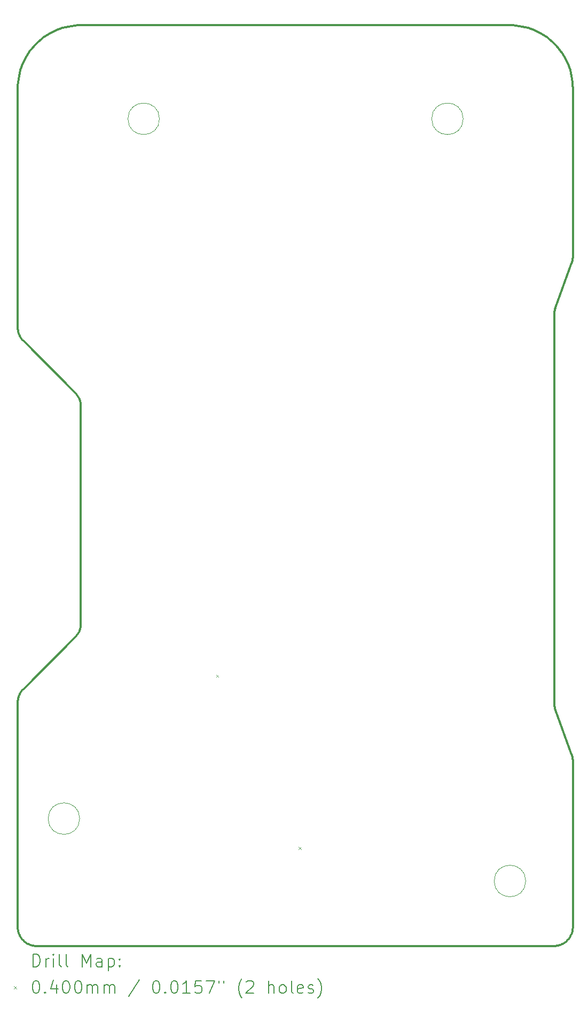
<source format=gbr>
%TF.GenerationSoftware,KiCad,Pcbnew,7.0.7*%
%TF.CreationDate,2023-09-26T10:41:10-05:00*%
%TF.ProjectId,DingoPCB,44696e67-6f50-4434-922e-6b696361645f,rev?*%
%TF.SameCoordinates,Original*%
%TF.FileFunction,Drillmap*%
%TF.FilePolarity,Positive*%
%FSLAX45Y45*%
G04 Gerber Fmt 4.5, Leading zero omitted, Abs format (unit mm)*
G04 Created by KiCad (PCBNEW 7.0.7) date 2023-09-26 10:41:10*
%MOMM*%
%LPD*%
G01*
G04 APERTURE LIST*
%ADD10C,0.349999*%
%ADD11C,0.100000*%
%ADD12C,0.200000*%
%ADD13C,0.040000*%
G04 APERTURE END LIST*
D10*
X2782342Y-7097769D02*
X2779112Y-7083444D01*
X10586931Y-2066901D02*
X10588160Y-2116488D01*
X10500291Y-15628621D02*
X10510550Y-15617841D01*
X1905967Y-1645597D02*
X1884042Y-1689205D01*
X10305364Y-5619599D02*
X10303740Y-5625935D01*
X2450987Y-1175045D02*
X2405477Y-1192609D01*
X2081054Y-1409381D02*
X2046859Y-1445314D01*
X10529292Y-15594970D02*
X10537756Y-15582929D01*
X9970842Y-1192608D02*
X10015442Y-1212370D01*
X10587016Y-4812550D02*
X10587516Y-4806025D01*
X10295266Y-1409381D02*
X10329460Y-1445314D01*
X1788529Y-15431364D02*
X1789628Y-15446139D01*
X10577944Y-4864001D02*
X10579568Y-4857664D01*
X10142959Y-1284500D02*
X10183098Y-1312712D01*
X2233360Y-1284500D02*
X2193221Y-1312712D01*
X1847027Y-11678086D02*
X1838564Y-11690128D01*
X10361695Y-1482730D02*
X10391935Y-1521549D01*
X2765324Y-7041764D02*
X2759395Y-7028384D01*
X2088160Y-15716488D02*
X10288160Y-15716488D01*
X1846717Y-1779314D02*
X1831385Y-1825653D01*
X10579112Y-15489613D02*
X10582342Y-15475288D01*
X1984384Y-1521549D02*
X1956172Y-1561687D01*
X10574282Y-12695460D02*
X10572244Y-12689232D01*
X10288160Y-15716488D02*
X10303036Y-15716120D01*
X10311064Y-5600802D02*
X10309026Y-5607030D01*
X2640491Y-1127447D02*
X2592159Y-1135880D01*
X1789628Y-11826917D02*
X1788529Y-11841692D01*
X1793054Y-2017650D02*
X1789389Y-2066901D01*
X10429426Y-15681146D02*
X10442186Y-15673930D01*
X1801128Y-11769318D02*
X1797208Y-11783443D01*
X10329460Y-1445314D02*
X10361695Y-1482730D01*
X10489511Y-15638879D02*
X10500291Y-15628621D01*
X10295147Y-11874808D02*
X10295218Y-11881367D01*
X1816925Y-11728383D02*
X1810996Y-11741763D01*
X1793978Y-15475288D02*
X1797208Y-15489613D01*
X1973355Y-15693652D02*
X1987008Y-15698921D01*
X1856099Y-15606616D02*
X1865770Y-15617841D01*
X2759396Y-10736224D02*
X2765324Y-10722844D01*
X10389311Y-15698921D02*
X10402964Y-15693652D01*
X2015035Y-15707441D02*
X2029360Y-15710671D01*
X10101582Y-1258349D02*
X10142959Y-1284500D01*
X1810996Y-15531293D02*
X1816924Y-15544673D01*
X10583602Y-12733556D02*
X10582397Y-12727131D01*
X2154403Y-1342953D02*
X2116986Y-1375187D01*
X10558001Y-1872738D02*
X10568767Y-1920487D01*
X1886808Y-15638879D02*
X1898033Y-15648549D01*
X2779113Y-10681164D02*
X2782343Y-10666839D01*
X1830719Y-11702541D02*
X1823502Y-11715301D01*
X10577944Y-12708029D02*
X10576182Y-12701726D01*
X10588160Y-12785650D02*
X10588088Y-12779092D01*
X10303036Y-15716120D02*
X10317811Y-15715020D01*
D11*
X4034600Y-2600000D02*
G75*
G03*
X4034600Y-2600000I-250000J0D01*
G01*
D10*
X10298640Y-11920457D02*
X10299705Y-11926906D01*
X1856100Y-11666441D02*
X1847027Y-11678086D01*
X1797208Y-15489613D02*
X1801128Y-15503739D01*
X2000909Y-15703521D02*
X2015035Y-15707441D01*
X10510550Y-15617841D02*
X10520220Y-15606616D01*
X10582397Y-4844898D02*
X10583602Y-4838473D01*
X1788160Y-5908040D02*
X1788529Y-5922916D01*
X10572244Y-12689232D02*
X10570069Y-12683046D01*
X2745602Y-10762066D02*
X2752818Y-10749306D01*
X1898033Y-15648549D02*
X1909678Y-15657621D01*
X1987008Y-15698921D02*
X2000909Y-15703521D01*
X10587791Y-15431364D02*
X10588160Y-15416488D01*
X1788529Y-11841692D02*
X1788160Y-11856568D01*
X10579568Y-4857664D02*
X10581052Y-4851296D01*
X10565323Y-15531293D02*
X10570593Y-15517640D01*
X10584667Y-12740005D02*
X10583602Y-12733556D01*
X10585591Y-12746477D02*
X10584667Y-12740005D01*
X1810996Y-6022844D02*
X1816925Y-6036223D01*
X10587873Y-12772543D02*
X10587516Y-12766004D01*
X1864281Y-1733804D02*
X1846717Y-1779314D01*
X10307126Y-11958738D02*
X10309026Y-11965004D01*
X1847027Y-15594970D02*
X1856099Y-15606616D01*
X10581052Y-4851296D02*
X10582397Y-4844898D01*
X2737756Y-6990129D02*
X2729292Y-6978087D01*
X1865770Y-6109391D02*
X1876028Y-6120171D01*
X1818319Y-1872737D02*
X1807553Y-1920487D01*
X10299706Y-5645125D02*
X10298642Y-5651574D01*
X2788160Y-7156568D02*
X2787791Y-7141692D01*
X10297717Y-5658046D02*
X10296934Y-5664538D01*
X10302255Y-11939729D02*
X10303740Y-11946098D01*
X2775193Y-10695289D02*
X2779113Y-10681164D01*
X1797208Y-11783443D02*
X1793978Y-11797768D01*
X1930021Y-1603064D02*
X1905967Y-1645597D01*
X10303740Y-11946098D02*
X10305363Y-11952435D01*
X1789389Y-2066901D02*
X1788160Y-2116488D01*
D11*
X8850000Y-2600000D02*
G75*
G03*
X8850000Y-2600000I-250000J0D01*
G01*
D10*
X10537756Y-15582929D02*
X10545601Y-15570515D01*
X10309026Y-5607030D02*
X10307126Y-5613296D01*
X9735829Y-1127447D02*
X9784161Y-1135880D01*
X10582397Y-12727131D02*
X10581052Y-12720734D01*
X1816924Y-15544673D02*
X1823502Y-15557755D01*
X1831385Y-1825653D02*
X1818319Y-1872737D01*
X2116986Y-1375187D02*
X2081054Y-1409381D01*
X10544934Y-1825653D02*
X10558001Y-1872738D01*
X2720220Y-6966442D02*
X2710550Y-6955217D01*
X1801128Y-15503739D02*
X1805727Y-15517640D01*
X10568767Y-1920487D02*
X10577201Y-1968818D01*
X10059049Y-1234294D02*
X10101582Y-1258349D01*
X1876028Y-15628621D02*
X1886808Y-15638879D01*
X10296293Y-5671047D02*
X10295793Y-5677572D01*
X2689323Y-1121381D02*
X2640491Y-1127447D01*
X10576182Y-12701726D02*
X10574282Y-12695460D01*
X10296290Y-11900982D02*
X10296932Y-11907492D01*
X2779112Y-7083444D02*
X2775192Y-7069319D01*
X10586374Y-12752969D02*
X10585591Y-12746477D01*
X9637747Y-1117717D02*
X9686997Y-1121381D01*
X2043859Y-15713201D02*
X2058509Y-15715020D01*
X2737757Y-10774480D02*
X2745602Y-10762066D01*
X1797208Y-5981164D02*
X1801128Y-5995289D01*
X10570067Y-4888985D02*
X10572243Y-4882798D01*
X2784873Y-10652339D02*
X2786692Y-10637690D01*
X1838564Y-11690128D02*
X1830719Y-11702541D01*
X2729293Y-10786521D02*
X2737757Y-10774480D01*
X2073284Y-15716120D02*
X2088160Y-15716488D01*
X1805727Y-15517640D02*
X1810996Y-15531293D01*
X10298642Y-5651574D02*
X10297717Y-5658046D01*
X10577201Y-1968818D02*
X10583266Y-2017650D01*
X1959975Y-15687724D02*
X1973355Y-15693652D01*
X10402964Y-15693652D02*
X10416344Y-15687724D01*
X1856100Y-6098166D02*
X1865770Y-6109391D01*
X2014625Y-1482730D02*
X1984384Y-1521549D01*
X1791448Y-5952340D02*
X1793978Y-5966839D01*
X1847027Y-6086520D02*
X1856100Y-6098166D01*
X2752818Y-7015302D02*
X2745601Y-7002542D01*
X9588160Y-1116488D02*
X9637747Y-1117717D01*
X9784161Y-1135880D02*
X9831910Y-1146647D01*
X2759395Y-7028384D02*
X2752818Y-7015302D01*
X10575192Y-15503739D02*
X10579112Y-15489613D01*
X1788160Y-11856568D02*
X1788160Y-15416488D01*
X2752818Y-10749306D02*
X2759396Y-10736224D01*
X10303740Y-5625935D02*
X10302256Y-5632303D01*
X10586692Y-15446139D02*
X10587791Y-15431364D01*
X1830718Y-15570515D02*
X1838564Y-15582929D01*
X10297715Y-11913985D02*
X10298640Y-11920457D01*
X10311065Y-11971232D02*
X10313241Y-11977420D01*
X10584667Y-4832024D02*
X10585591Y-4825552D01*
X1876028Y-11644436D02*
X1865770Y-11655216D01*
X1793978Y-11797768D02*
X1791448Y-11812267D01*
X2193221Y-1312712D02*
X2154403Y-1342953D01*
X2058509Y-15715020D02*
X2073284Y-15716120D01*
X2497325Y-1159713D02*
X2450987Y-1175045D01*
X2405477Y-1192609D02*
X2360877Y-1212370D01*
X1934133Y-15673930D02*
X1946893Y-15681146D01*
X10587516Y-4806025D02*
X10587873Y-4799486D01*
X10295150Y-5697218D02*
X10295147Y-11874809D01*
X1823502Y-11715301D02*
X1816925Y-11728383D01*
X1876028Y-6120171D02*
X2700292Y-6944436D01*
X1788529Y-5922916D02*
X1789628Y-5937691D01*
X10559395Y-15544673D02*
X10565323Y-15531293D01*
X10588088Y-4792936D02*
X10588160Y-4786378D01*
X10221917Y-1342952D02*
X10259333Y-1375187D01*
X2770593Y-7055417D02*
X2765324Y-7041764D01*
X9831910Y-1146647D02*
X9878994Y-1159713D01*
X10520220Y-15606616D02*
X10529292Y-15594970D01*
X2788160Y-1116488D02*
X2738573Y-1117717D01*
X1789628Y-15446139D02*
X1791448Y-15460789D01*
X2775192Y-7069319D02*
X2770593Y-7055417D01*
X10572243Y-4882798D02*
X10574281Y-4876570D01*
X10295793Y-5677572D02*
X10295436Y-5684111D01*
X10295436Y-5684111D02*
X10295221Y-5690660D01*
X10295433Y-11887917D02*
X10295791Y-11894456D01*
X2765324Y-10722844D02*
X2770593Y-10709191D01*
X2787792Y-10622914D02*
X2788160Y-10608038D01*
X10512039Y-1733805D02*
X10529602Y-1779315D01*
X10584872Y-15460789D02*
X10586692Y-15446139D01*
D11*
X9841040Y-14686280D02*
G75*
G03*
X9841040Y-14686280I-250000J0D01*
G01*
D10*
X10552818Y-15557755D02*
X10559395Y-15544673D01*
X10259333Y-1375187D02*
X10295266Y-1409381D01*
X10313239Y-5594615D02*
X10311064Y-5600802D01*
X1876028Y-11644436D02*
X2700292Y-10820172D01*
X10446298Y-1603064D02*
X10470353Y-1645598D01*
X1865770Y-11655216D02*
X1856100Y-11666441D01*
X9686997Y-1121381D02*
X9735829Y-1127447D01*
X2788160Y-10608040D02*
X2788160Y-7156568D01*
X10587516Y-12766004D02*
X10587016Y-12759479D01*
X1865770Y-15617841D02*
X1876028Y-15628621D01*
X10300910Y-11933331D02*
X10302255Y-11939729D01*
X2770593Y-10709191D02*
X2775193Y-10695289D01*
X10529602Y-1779315D02*
X10544934Y-1825653D01*
X1810996Y-11741763D02*
X1805727Y-11755416D01*
X10420147Y-1561688D02*
X10446298Y-1603064D01*
X1838564Y-15582929D02*
X1847027Y-15594970D01*
X1788160Y-15416488D02*
X1788529Y-15431364D01*
X2784872Y-7112268D02*
X2782342Y-7097769D01*
X10296932Y-11907492D02*
X10297715Y-11913985D01*
X10583602Y-4838473D02*
X10584667Y-4832024D01*
X2782343Y-10666839D02*
X2784873Y-10652339D01*
X10416344Y-15687724D02*
X10429426Y-15681146D01*
X1791448Y-15460789D02*
X1793978Y-15475288D01*
X1823502Y-15557755D02*
X1830718Y-15570515D01*
X2786692Y-7126917D02*
X2784872Y-7112268D01*
X2592159Y-1135880D02*
X2544410Y-1146647D01*
X2710550Y-10809392D02*
X2720221Y-10798167D01*
X10478286Y-15648549D02*
X10489511Y-15638879D01*
X2029360Y-15710671D02*
X2043859Y-15713201D01*
X1805727Y-6009191D02*
X1810996Y-6022844D01*
X10583266Y-2017650D02*
X10586931Y-2066901D01*
X1801128Y-5995289D02*
X1805727Y-6009191D01*
X1816925Y-6036223D02*
X1823502Y-6049306D01*
X1884042Y-1689205D02*
X1864281Y-1733804D01*
X1909678Y-15657621D02*
X1921720Y-15666085D01*
X1823502Y-6049306D02*
X1830718Y-6062066D01*
X10346960Y-15710671D02*
X10361284Y-15707441D01*
X1956172Y-1561687D02*
X1930021Y-1603064D01*
X10307126Y-5613296D02*
X10305364Y-5619599D01*
X2745601Y-7002542D02*
X2737756Y-6990129D01*
X10302256Y-5632303D02*
X10300911Y-5638701D01*
X2317270Y-1234295D02*
X2274737Y-1258349D01*
X2700292Y-10820172D02*
X2710550Y-10809392D01*
X10313239Y-5594615D02*
X10570067Y-4888985D01*
X10588160Y-15416488D02*
X10588160Y-12785650D01*
X10587873Y-4799486D02*
X10588088Y-4792936D01*
X10305363Y-11952435D02*
X10307126Y-11958738D01*
X10582342Y-15475288D02*
X10584872Y-15460789D01*
X2710550Y-6955217D02*
X2700291Y-6944437D01*
X1799119Y-1968818D02*
X1793054Y-2017650D01*
X10375410Y-15703521D02*
X10389311Y-15698921D01*
X1921720Y-15666085D02*
X1934133Y-15673930D01*
X2720221Y-10798167D02*
X2729293Y-10786521D01*
X10295218Y-11881367D02*
X10295433Y-11887917D01*
X10574281Y-4876570D02*
X10576182Y-4870304D01*
X2274737Y-1258349D02*
X2233360Y-1284500D01*
X1838564Y-6074479D02*
X1847027Y-6086520D01*
X10466641Y-15657621D02*
X10478286Y-15648549D01*
X10470353Y-1645598D02*
X10492278Y-1689205D01*
X2786692Y-10637690D02*
X2787792Y-10622914D01*
X10015442Y-1212370D02*
X10059049Y-1234294D01*
X10570593Y-15517640D02*
X10575192Y-15503739D01*
X10585591Y-4825552D02*
X10586374Y-4819060D01*
X10295791Y-11894456D02*
X10296290Y-11900982D01*
X10299705Y-11926906D02*
X10300910Y-11933331D01*
X2787791Y-7141692D02*
X2786692Y-7126917D01*
X1789628Y-5937691D02*
X1791448Y-5952340D01*
X2544410Y-1146647D02*
X2497325Y-1159713D01*
X2360877Y-1212370D02*
X2317270Y-1234295D01*
X10576182Y-4870304D02*
X10577944Y-4864001D01*
D11*
X2769680Y-13696760D02*
G75*
G03*
X2769680Y-13696760I-250000J0D01*
G01*
D10*
X10588088Y-12779092D02*
X10587873Y-12772543D01*
X10317811Y-15715020D02*
X10332460Y-15713201D01*
X1788160Y-2116488D02*
X1788160Y-5908040D01*
X1807553Y-1920487D02*
X1799119Y-1968818D01*
X1946893Y-15681146D02*
X1959975Y-15687724D01*
X1793978Y-5966839D02*
X1797208Y-5981164D01*
X9925333Y-1175045D02*
X9970842Y-1192608D01*
X2738573Y-1117717D02*
X2689323Y-1121381D01*
X10442186Y-15673930D02*
X10454599Y-15666085D01*
X10309026Y-11965004D02*
X10311065Y-11971232D01*
X9878994Y-1159713D02*
X9925333Y-1175045D01*
X10588160Y-2116488D02*
X10588160Y-4786379D01*
X10492278Y-1689205D02*
X10512039Y-1733805D01*
X2729292Y-6978087D02*
X2720220Y-6966442D01*
X10361284Y-15707441D02*
X10375410Y-15703521D01*
X1791448Y-11812267D02*
X1789628Y-11826917D01*
X1805727Y-11755416D02*
X1801128Y-11769318D01*
X1830718Y-6062066D02*
X1838564Y-6074479D01*
X10586374Y-4819060D02*
X10587016Y-4812550D01*
X10581052Y-12720734D02*
X10579568Y-12714366D01*
X10391935Y-1521549D02*
X10420147Y-1561688D01*
X10313241Y-11977420D02*
X10570067Y-12683044D01*
X10587016Y-12759479D02*
X10586374Y-12752969D01*
X2046859Y-1445314D02*
X2014625Y-1482730D01*
X10332460Y-15713201D02*
X10346960Y-15710671D01*
X10545601Y-15570515D02*
X10552818Y-15557755D01*
X10454599Y-15666085D02*
X10466641Y-15657621D01*
X10183098Y-1312712D02*
X10221917Y-1342952D01*
X2788160Y-1116488D02*
X9588160Y-1116488D01*
X10579568Y-12714366D02*
X10577944Y-12708029D01*
X10296934Y-5664538D02*
X10296293Y-5671047D01*
X10300911Y-5638701D02*
X10299706Y-5645125D01*
X10295221Y-5690660D02*
X10295150Y-5697218D01*
D12*
D13*
X4933000Y-11415080D02*
X4973000Y-11455080D01*
X4973000Y-11415080D02*
X4933000Y-11455080D01*
X6243640Y-14143040D02*
X6283640Y-14183040D01*
X6283640Y-14143040D02*
X6243640Y-14183040D01*
D12*
X2031437Y-16045472D02*
X2031437Y-15845472D01*
X2031437Y-15845472D02*
X2079056Y-15845472D01*
X2079056Y-15845472D02*
X2107627Y-15854996D01*
X2107627Y-15854996D02*
X2126675Y-15874043D01*
X2126675Y-15874043D02*
X2136199Y-15893091D01*
X2136199Y-15893091D02*
X2145723Y-15931186D01*
X2145723Y-15931186D02*
X2145723Y-15959758D01*
X2145723Y-15959758D02*
X2136199Y-15997853D01*
X2136199Y-15997853D02*
X2126675Y-16016901D01*
X2126675Y-16016901D02*
X2107627Y-16035948D01*
X2107627Y-16035948D02*
X2079056Y-16045472D01*
X2079056Y-16045472D02*
X2031437Y-16045472D01*
X2231437Y-16045472D02*
X2231437Y-15912139D01*
X2231437Y-15950234D02*
X2240961Y-15931186D01*
X2240961Y-15931186D02*
X2250485Y-15921662D01*
X2250485Y-15921662D02*
X2269532Y-15912139D01*
X2269532Y-15912139D02*
X2288580Y-15912139D01*
X2355246Y-16045472D02*
X2355246Y-15912139D01*
X2355246Y-15845472D02*
X2345723Y-15854996D01*
X2345723Y-15854996D02*
X2355246Y-15864520D01*
X2355246Y-15864520D02*
X2364770Y-15854996D01*
X2364770Y-15854996D02*
X2355246Y-15845472D01*
X2355246Y-15845472D02*
X2355246Y-15864520D01*
X2479056Y-16045472D02*
X2460008Y-16035948D01*
X2460008Y-16035948D02*
X2450485Y-16016901D01*
X2450485Y-16016901D02*
X2450485Y-15845472D01*
X2583818Y-16045472D02*
X2564770Y-16035948D01*
X2564770Y-16035948D02*
X2555246Y-16016901D01*
X2555246Y-16016901D02*
X2555246Y-15845472D01*
X2812389Y-16045472D02*
X2812389Y-15845472D01*
X2812389Y-15845472D02*
X2879056Y-15988329D01*
X2879056Y-15988329D02*
X2945723Y-15845472D01*
X2945723Y-15845472D02*
X2945723Y-16045472D01*
X3126675Y-16045472D02*
X3126675Y-15940710D01*
X3126675Y-15940710D02*
X3117151Y-15921662D01*
X3117151Y-15921662D02*
X3098104Y-15912139D01*
X3098104Y-15912139D02*
X3060008Y-15912139D01*
X3060008Y-15912139D02*
X3040961Y-15921662D01*
X3126675Y-16035948D02*
X3107627Y-16045472D01*
X3107627Y-16045472D02*
X3060008Y-16045472D01*
X3060008Y-16045472D02*
X3040961Y-16035948D01*
X3040961Y-16035948D02*
X3031437Y-16016901D01*
X3031437Y-16016901D02*
X3031437Y-15997853D01*
X3031437Y-15997853D02*
X3040961Y-15978805D01*
X3040961Y-15978805D02*
X3060008Y-15969282D01*
X3060008Y-15969282D02*
X3107627Y-15969282D01*
X3107627Y-15969282D02*
X3126675Y-15959758D01*
X3221913Y-15912139D02*
X3221913Y-16112139D01*
X3221913Y-15921662D02*
X3240961Y-15912139D01*
X3240961Y-15912139D02*
X3279056Y-15912139D01*
X3279056Y-15912139D02*
X3298104Y-15921662D01*
X3298104Y-15921662D02*
X3307627Y-15931186D01*
X3307627Y-15931186D02*
X3317151Y-15950234D01*
X3317151Y-15950234D02*
X3317151Y-16007377D01*
X3317151Y-16007377D02*
X3307627Y-16026424D01*
X3307627Y-16026424D02*
X3298104Y-16035948D01*
X3298104Y-16035948D02*
X3279056Y-16045472D01*
X3279056Y-16045472D02*
X3240961Y-16045472D01*
X3240961Y-16045472D02*
X3221913Y-16035948D01*
X3402865Y-16026424D02*
X3412389Y-16035948D01*
X3412389Y-16035948D02*
X3402865Y-16045472D01*
X3402865Y-16045472D02*
X3393342Y-16035948D01*
X3393342Y-16035948D02*
X3402865Y-16026424D01*
X3402865Y-16026424D02*
X3402865Y-16045472D01*
X3402865Y-15921662D02*
X3412389Y-15931186D01*
X3412389Y-15931186D02*
X3402865Y-15940710D01*
X3402865Y-15940710D02*
X3393342Y-15931186D01*
X3393342Y-15931186D02*
X3402865Y-15921662D01*
X3402865Y-15921662D02*
X3402865Y-15940710D01*
D13*
X1730660Y-16353988D02*
X1770660Y-16393988D01*
X1770660Y-16353988D02*
X1730660Y-16393988D01*
D12*
X2069532Y-16265472D02*
X2088580Y-16265472D01*
X2088580Y-16265472D02*
X2107627Y-16274996D01*
X2107627Y-16274996D02*
X2117151Y-16284520D01*
X2117151Y-16284520D02*
X2126675Y-16303567D01*
X2126675Y-16303567D02*
X2136199Y-16341662D01*
X2136199Y-16341662D02*
X2136199Y-16389282D01*
X2136199Y-16389282D02*
X2126675Y-16427377D01*
X2126675Y-16427377D02*
X2117151Y-16446424D01*
X2117151Y-16446424D02*
X2107627Y-16455948D01*
X2107627Y-16455948D02*
X2088580Y-16465472D01*
X2088580Y-16465472D02*
X2069532Y-16465472D01*
X2069532Y-16465472D02*
X2050484Y-16455948D01*
X2050484Y-16455948D02*
X2040961Y-16446424D01*
X2040961Y-16446424D02*
X2031437Y-16427377D01*
X2031437Y-16427377D02*
X2021913Y-16389282D01*
X2021913Y-16389282D02*
X2021913Y-16341662D01*
X2021913Y-16341662D02*
X2031437Y-16303567D01*
X2031437Y-16303567D02*
X2040961Y-16284520D01*
X2040961Y-16284520D02*
X2050484Y-16274996D01*
X2050484Y-16274996D02*
X2069532Y-16265472D01*
X2221913Y-16446424D02*
X2231437Y-16455948D01*
X2231437Y-16455948D02*
X2221913Y-16465472D01*
X2221913Y-16465472D02*
X2212389Y-16455948D01*
X2212389Y-16455948D02*
X2221913Y-16446424D01*
X2221913Y-16446424D02*
X2221913Y-16465472D01*
X2402866Y-16332139D02*
X2402866Y-16465472D01*
X2355246Y-16255948D02*
X2307627Y-16398805D01*
X2307627Y-16398805D02*
X2431437Y-16398805D01*
X2545723Y-16265472D02*
X2564770Y-16265472D01*
X2564770Y-16265472D02*
X2583818Y-16274996D01*
X2583818Y-16274996D02*
X2593342Y-16284520D01*
X2593342Y-16284520D02*
X2602866Y-16303567D01*
X2602866Y-16303567D02*
X2612389Y-16341662D01*
X2612389Y-16341662D02*
X2612389Y-16389282D01*
X2612389Y-16389282D02*
X2602866Y-16427377D01*
X2602866Y-16427377D02*
X2593342Y-16446424D01*
X2593342Y-16446424D02*
X2583818Y-16455948D01*
X2583818Y-16455948D02*
X2564770Y-16465472D01*
X2564770Y-16465472D02*
X2545723Y-16465472D01*
X2545723Y-16465472D02*
X2526675Y-16455948D01*
X2526675Y-16455948D02*
X2517151Y-16446424D01*
X2517151Y-16446424D02*
X2507627Y-16427377D01*
X2507627Y-16427377D02*
X2498104Y-16389282D01*
X2498104Y-16389282D02*
X2498104Y-16341662D01*
X2498104Y-16341662D02*
X2507627Y-16303567D01*
X2507627Y-16303567D02*
X2517151Y-16284520D01*
X2517151Y-16284520D02*
X2526675Y-16274996D01*
X2526675Y-16274996D02*
X2545723Y-16265472D01*
X2736199Y-16265472D02*
X2755247Y-16265472D01*
X2755247Y-16265472D02*
X2774294Y-16274996D01*
X2774294Y-16274996D02*
X2783818Y-16284520D01*
X2783818Y-16284520D02*
X2793342Y-16303567D01*
X2793342Y-16303567D02*
X2802865Y-16341662D01*
X2802865Y-16341662D02*
X2802865Y-16389282D01*
X2802865Y-16389282D02*
X2793342Y-16427377D01*
X2793342Y-16427377D02*
X2783818Y-16446424D01*
X2783818Y-16446424D02*
X2774294Y-16455948D01*
X2774294Y-16455948D02*
X2755247Y-16465472D01*
X2755247Y-16465472D02*
X2736199Y-16465472D01*
X2736199Y-16465472D02*
X2717151Y-16455948D01*
X2717151Y-16455948D02*
X2707627Y-16446424D01*
X2707627Y-16446424D02*
X2698104Y-16427377D01*
X2698104Y-16427377D02*
X2688580Y-16389282D01*
X2688580Y-16389282D02*
X2688580Y-16341662D01*
X2688580Y-16341662D02*
X2698104Y-16303567D01*
X2698104Y-16303567D02*
X2707627Y-16284520D01*
X2707627Y-16284520D02*
X2717151Y-16274996D01*
X2717151Y-16274996D02*
X2736199Y-16265472D01*
X2888580Y-16465472D02*
X2888580Y-16332139D01*
X2888580Y-16351186D02*
X2898104Y-16341662D01*
X2898104Y-16341662D02*
X2917151Y-16332139D01*
X2917151Y-16332139D02*
X2945723Y-16332139D01*
X2945723Y-16332139D02*
X2964770Y-16341662D01*
X2964770Y-16341662D02*
X2974294Y-16360710D01*
X2974294Y-16360710D02*
X2974294Y-16465472D01*
X2974294Y-16360710D02*
X2983818Y-16341662D01*
X2983818Y-16341662D02*
X3002865Y-16332139D01*
X3002865Y-16332139D02*
X3031437Y-16332139D01*
X3031437Y-16332139D02*
X3050485Y-16341662D01*
X3050485Y-16341662D02*
X3060008Y-16360710D01*
X3060008Y-16360710D02*
X3060008Y-16465472D01*
X3155246Y-16465472D02*
X3155246Y-16332139D01*
X3155246Y-16351186D02*
X3164770Y-16341662D01*
X3164770Y-16341662D02*
X3183818Y-16332139D01*
X3183818Y-16332139D02*
X3212389Y-16332139D01*
X3212389Y-16332139D02*
X3231437Y-16341662D01*
X3231437Y-16341662D02*
X3240961Y-16360710D01*
X3240961Y-16360710D02*
X3240961Y-16465472D01*
X3240961Y-16360710D02*
X3250485Y-16341662D01*
X3250485Y-16341662D02*
X3269532Y-16332139D01*
X3269532Y-16332139D02*
X3298104Y-16332139D01*
X3298104Y-16332139D02*
X3317151Y-16341662D01*
X3317151Y-16341662D02*
X3326675Y-16360710D01*
X3326675Y-16360710D02*
X3326675Y-16465472D01*
X3717151Y-16255948D02*
X3545723Y-16513091D01*
X3974294Y-16265472D02*
X3993342Y-16265472D01*
X3993342Y-16265472D02*
X4012389Y-16274996D01*
X4012389Y-16274996D02*
X4021913Y-16284520D01*
X4021913Y-16284520D02*
X4031437Y-16303567D01*
X4031437Y-16303567D02*
X4040961Y-16341662D01*
X4040961Y-16341662D02*
X4040961Y-16389282D01*
X4040961Y-16389282D02*
X4031437Y-16427377D01*
X4031437Y-16427377D02*
X4021913Y-16446424D01*
X4021913Y-16446424D02*
X4012389Y-16455948D01*
X4012389Y-16455948D02*
X3993342Y-16465472D01*
X3993342Y-16465472D02*
X3974294Y-16465472D01*
X3974294Y-16465472D02*
X3955247Y-16455948D01*
X3955247Y-16455948D02*
X3945723Y-16446424D01*
X3945723Y-16446424D02*
X3936199Y-16427377D01*
X3936199Y-16427377D02*
X3926675Y-16389282D01*
X3926675Y-16389282D02*
X3926675Y-16341662D01*
X3926675Y-16341662D02*
X3936199Y-16303567D01*
X3936199Y-16303567D02*
X3945723Y-16284520D01*
X3945723Y-16284520D02*
X3955247Y-16274996D01*
X3955247Y-16274996D02*
X3974294Y-16265472D01*
X4126675Y-16446424D02*
X4136199Y-16455948D01*
X4136199Y-16455948D02*
X4126675Y-16465472D01*
X4126675Y-16465472D02*
X4117151Y-16455948D01*
X4117151Y-16455948D02*
X4126675Y-16446424D01*
X4126675Y-16446424D02*
X4126675Y-16465472D01*
X4260009Y-16265472D02*
X4279056Y-16265472D01*
X4279056Y-16265472D02*
X4298104Y-16274996D01*
X4298104Y-16274996D02*
X4307628Y-16284520D01*
X4307628Y-16284520D02*
X4317151Y-16303567D01*
X4317151Y-16303567D02*
X4326675Y-16341662D01*
X4326675Y-16341662D02*
X4326675Y-16389282D01*
X4326675Y-16389282D02*
X4317151Y-16427377D01*
X4317151Y-16427377D02*
X4307628Y-16446424D01*
X4307628Y-16446424D02*
X4298104Y-16455948D01*
X4298104Y-16455948D02*
X4279056Y-16465472D01*
X4279056Y-16465472D02*
X4260009Y-16465472D01*
X4260009Y-16465472D02*
X4240961Y-16455948D01*
X4240961Y-16455948D02*
X4231437Y-16446424D01*
X4231437Y-16446424D02*
X4221913Y-16427377D01*
X4221913Y-16427377D02*
X4212390Y-16389282D01*
X4212390Y-16389282D02*
X4212390Y-16341662D01*
X4212390Y-16341662D02*
X4221913Y-16303567D01*
X4221913Y-16303567D02*
X4231437Y-16284520D01*
X4231437Y-16284520D02*
X4240961Y-16274996D01*
X4240961Y-16274996D02*
X4260009Y-16265472D01*
X4517151Y-16465472D02*
X4402866Y-16465472D01*
X4460009Y-16465472D02*
X4460009Y-16265472D01*
X4460009Y-16265472D02*
X4440961Y-16294043D01*
X4440961Y-16294043D02*
X4421913Y-16313091D01*
X4421913Y-16313091D02*
X4402866Y-16322615D01*
X4698104Y-16265472D02*
X4602866Y-16265472D01*
X4602866Y-16265472D02*
X4593342Y-16360710D01*
X4593342Y-16360710D02*
X4602866Y-16351186D01*
X4602866Y-16351186D02*
X4621913Y-16341662D01*
X4621913Y-16341662D02*
X4669532Y-16341662D01*
X4669532Y-16341662D02*
X4688580Y-16351186D01*
X4688580Y-16351186D02*
X4698104Y-16360710D01*
X4698104Y-16360710D02*
X4707628Y-16379758D01*
X4707628Y-16379758D02*
X4707628Y-16427377D01*
X4707628Y-16427377D02*
X4698104Y-16446424D01*
X4698104Y-16446424D02*
X4688580Y-16455948D01*
X4688580Y-16455948D02*
X4669532Y-16465472D01*
X4669532Y-16465472D02*
X4621913Y-16465472D01*
X4621913Y-16465472D02*
X4602866Y-16455948D01*
X4602866Y-16455948D02*
X4593342Y-16446424D01*
X4774294Y-16265472D02*
X4907628Y-16265472D01*
X4907628Y-16265472D02*
X4821913Y-16465472D01*
X4974294Y-16265472D02*
X4974294Y-16303567D01*
X5050485Y-16265472D02*
X5050485Y-16303567D01*
X5345723Y-16541662D02*
X5336199Y-16532139D01*
X5336199Y-16532139D02*
X5317152Y-16503567D01*
X5317152Y-16503567D02*
X5307628Y-16484520D01*
X5307628Y-16484520D02*
X5298104Y-16455948D01*
X5298104Y-16455948D02*
X5288580Y-16408329D01*
X5288580Y-16408329D02*
X5288580Y-16370234D01*
X5288580Y-16370234D02*
X5298104Y-16322615D01*
X5298104Y-16322615D02*
X5307628Y-16294043D01*
X5307628Y-16294043D02*
X5317152Y-16274996D01*
X5317152Y-16274996D02*
X5336199Y-16246424D01*
X5336199Y-16246424D02*
X5345723Y-16236901D01*
X5412390Y-16284520D02*
X5421913Y-16274996D01*
X5421913Y-16274996D02*
X5440961Y-16265472D01*
X5440961Y-16265472D02*
X5488580Y-16265472D01*
X5488580Y-16265472D02*
X5507628Y-16274996D01*
X5507628Y-16274996D02*
X5517152Y-16284520D01*
X5517152Y-16284520D02*
X5526675Y-16303567D01*
X5526675Y-16303567D02*
X5526675Y-16322615D01*
X5526675Y-16322615D02*
X5517152Y-16351186D01*
X5517152Y-16351186D02*
X5402866Y-16465472D01*
X5402866Y-16465472D02*
X5526675Y-16465472D01*
X5764771Y-16465472D02*
X5764771Y-16265472D01*
X5850485Y-16465472D02*
X5850485Y-16360710D01*
X5850485Y-16360710D02*
X5840961Y-16341662D01*
X5840961Y-16341662D02*
X5821913Y-16332139D01*
X5821913Y-16332139D02*
X5793342Y-16332139D01*
X5793342Y-16332139D02*
X5774294Y-16341662D01*
X5774294Y-16341662D02*
X5764771Y-16351186D01*
X5974294Y-16465472D02*
X5955247Y-16455948D01*
X5955247Y-16455948D02*
X5945723Y-16446424D01*
X5945723Y-16446424D02*
X5936199Y-16427377D01*
X5936199Y-16427377D02*
X5936199Y-16370234D01*
X5936199Y-16370234D02*
X5945723Y-16351186D01*
X5945723Y-16351186D02*
X5955247Y-16341662D01*
X5955247Y-16341662D02*
X5974294Y-16332139D01*
X5974294Y-16332139D02*
X6002866Y-16332139D01*
X6002866Y-16332139D02*
X6021913Y-16341662D01*
X6021913Y-16341662D02*
X6031437Y-16351186D01*
X6031437Y-16351186D02*
X6040961Y-16370234D01*
X6040961Y-16370234D02*
X6040961Y-16427377D01*
X6040961Y-16427377D02*
X6031437Y-16446424D01*
X6031437Y-16446424D02*
X6021913Y-16455948D01*
X6021913Y-16455948D02*
X6002866Y-16465472D01*
X6002866Y-16465472D02*
X5974294Y-16465472D01*
X6155247Y-16465472D02*
X6136199Y-16455948D01*
X6136199Y-16455948D02*
X6126675Y-16436901D01*
X6126675Y-16436901D02*
X6126675Y-16265472D01*
X6307628Y-16455948D02*
X6288580Y-16465472D01*
X6288580Y-16465472D02*
X6250485Y-16465472D01*
X6250485Y-16465472D02*
X6231437Y-16455948D01*
X6231437Y-16455948D02*
X6221913Y-16436901D01*
X6221913Y-16436901D02*
X6221913Y-16360710D01*
X6221913Y-16360710D02*
X6231437Y-16341662D01*
X6231437Y-16341662D02*
X6250485Y-16332139D01*
X6250485Y-16332139D02*
X6288580Y-16332139D01*
X6288580Y-16332139D02*
X6307628Y-16341662D01*
X6307628Y-16341662D02*
X6317152Y-16360710D01*
X6317152Y-16360710D02*
X6317152Y-16379758D01*
X6317152Y-16379758D02*
X6221913Y-16398805D01*
X6393342Y-16455948D02*
X6412390Y-16465472D01*
X6412390Y-16465472D02*
X6450485Y-16465472D01*
X6450485Y-16465472D02*
X6469533Y-16455948D01*
X6469533Y-16455948D02*
X6479056Y-16436901D01*
X6479056Y-16436901D02*
X6479056Y-16427377D01*
X6479056Y-16427377D02*
X6469533Y-16408329D01*
X6469533Y-16408329D02*
X6450485Y-16398805D01*
X6450485Y-16398805D02*
X6421913Y-16398805D01*
X6421913Y-16398805D02*
X6402866Y-16389282D01*
X6402866Y-16389282D02*
X6393342Y-16370234D01*
X6393342Y-16370234D02*
X6393342Y-16360710D01*
X6393342Y-16360710D02*
X6402866Y-16341662D01*
X6402866Y-16341662D02*
X6421913Y-16332139D01*
X6421913Y-16332139D02*
X6450485Y-16332139D01*
X6450485Y-16332139D02*
X6469533Y-16341662D01*
X6545723Y-16541662D02*
X6555247Y-16532139D01*
X6555247Y-16532139D02*
X6574294Y-16503567D01*
X6574294Y-16503567D02*
X6583818Y-16484520D01*
X6583818Y-16484520D02*
X6593342Y-16455948D01*
X6593342Y-16455948D02*
X6602866Y-16408329D01*
X6602866Y-16408329D02*
X6602866Y-16370234D01*
X6602866Y-16370234D02*
X6593342Y-16322615D01*
X6593342Y-16322615D02*
X6583818Y-16294043D01*
X6583818Y-16294043D02*
X6574294Y-16274996D01*
X6574294Y-16274996D02*
X6555247Y-16246424D01*
X6555247Y-16246424D02*
X6545723Y-16236901D01*
M02*

</source>
